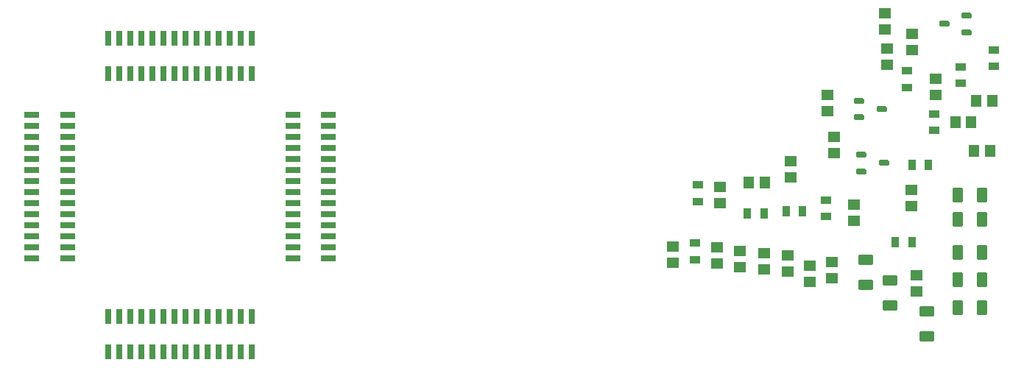
<source format=gtp>
G04*
G04 #@! TF.GenerationSoftware,Altium Limited,Altium Designer,24.0.1 (36)*
G04*
G04 Layer_Color=8421504*
%FSLAX44Y44*%
%MOMM*%
G71*
G04*
G04 #@! TF.SameCoordinates,0FB82E01-D644-434E-A1D8-1B95A2BBF3EB*
G04*
G04*
G04 #@! TF.FilePolarity,Positive*
G04*
G01*
G75*
%ADD14R,1.3000X0.9000*%
%ADD15R,0.9000X1.3000*%
%ADD16R,0.7400X1.7000*%
%ADD17R,1.7000X0.7400*%
G04:AMPARAMS|DCode=18|XSize=0.65mm|YSize=1.2mm|CornerRadius=0.1625mm|HoleSize=0mm|Usage=FLASHONLY|Rotation=90.000|XOffset=0mm|YOffset=0mm|HoleType=Round|Shape=RoundedRectangle|*
%AMROUNDEDRECTD18*
21,1,0.6500,0.8750,0,0,90.0*
21,1,0.3250,1.2000,0,0,90.0*
1,1,0.3250,0.4375,0.1625*
1,1,0.3250,0.4375,-0.1625*
1,1,0.3250,-0.4375,-0.1625*
1,1,0.3250,-0.4375,0.1625*
%
%ADD18ROUNDEDRECTD18*%
%ADD19R,1.1500X1.3500*%
%ADD20R,1.3500X1.1500*%
G04:AMPARAMS|DCode=21|XSize=1.75mm|YSize=1.25mm|CornerRadius=0.3125mm|HoleSize=0mm|Usage=FLASHONLY|Rotation=180.000|XOffset=0mm|YOffset=0mm|HoleType=Round|Shape=RoundedRectangle|*
%AMROUNDEDRECTD21*
21,1,1.7500,0.6250,0,0,180.0*
21,1,1.1250,1.2500,0,0,180.0*
1,1,0.6250,-0.5625,0.3125*
1,1,0.6250,0.5625,0.3125*
1,1,0.6250,0.5625,-0.3125*
1,1,0.6250,-0.5625,-0.3125*
%
%ADD21ROUNDEDRECTD21*%
G04:AMPARAMS|DCode=22|XSize=1.75mm|YSize=1.25mm|CornerRadius=0.3125mm|HoleSize=0mm|Usage=FLASHONLY|Rotation=90.000|XOffset=0mm|YOffset=0mm|HoleType=Round|Shape=RoundedRectangle|*
%AMROUNDEDRECTD22*
21,1,1.7500,0.6250,0,0,90.0*
21,1,1.1250,1.2500,0,0,90.0*
1,1,0.6250,0.3125,0.5625*
1,1,0.6250,0.3125,-0.5625*
1,1,0.6250,-0.3125,-0.5625*
1,1,0.6250,-0.3125,0.5625*
%
%ADD22ROUNDEDRECTD22*%
D14*
X1398270Y387350D02*
D03*
X1436370Y407010D02*
D03*
X1336040Y363880D02*
D03*
X1367790Y333350D02*
D03*
X1096010Y251460D02*
D03*
Y232460D02*
D03*
X1367790Y314350D02*
D03*
X1336040Y382880D02*
D03*
X1436370Y388010D02*
D03*
X1398270Y368350D02*
D03*
X1092200Y184760D02*
D03*
Y165760D02*
D03*
X1243330Y215290D02*
D03*
Y234290D02*
D03*
D15*
X1341780Y274320D02*
D03*
X1322730Y185420D02*
D03*
X1341730D02*
D03*
X1360780Y274320D02*
D03*
X1171550Y218440D02*
D03*
X1152550D02*
D03*
X1197000Y220980D02*
D03*
X1216000D02*
D03*
D16*
X582550Y59500D02*
D03*
Y100500D02*
D03*
X569850D02*
D03*
X557150D02*
D03*
X544450D02*
D03*
X531750D02*
D03*
X569850Y59500D02*
D03*
X557150D02*
D03*
X544450D02*
D03*
X531750D02*
D03*
X480950Y100500D02*
D03*
X468250D02*
D03*
X480950Y59500D02*
D03*
X468250D02*
D03*
X442850Y100500D02*
D03*
X430150D02*
D03*
X442850Y59500D02*
D03*
X430150D02*
D03*
X417450D02*
D03*
Y100500D02*
D03*
X455550Y59500D02*
D03*
Y100500D02*
D03*
X493650Y59500D02*
D03*
Y100500D02*
D03*
X506350Y59500D02*
D03*
X519050D02*
D03*
X506350Y100500D02*
D03*
X519050D02*
D03*
X582550Y420500D02*
D03*
X569850D02*
D03*
X557150D02*
D03*
X544450D02*
D03*
X531750D02*
D03*
X582550Y379500D02*
D03*
X569850D02*
D03*
X557150D02*
D03*
X544450D02*
D03*
X531750D02*
D03*
X480950Y420500D02*
D03*
X468250D02*
D03*
X480950Y379500D02*
D03*
X468250D02*
D03*
X442850Y420500D02*
D03*
X430150D02*
D03*
X442850Y379500D02*
D03*
X430150D02*
D03*
X417450D02*
D03*
Y420500D02*
D03*
X455550Y379500D02*
D03*
Y420500D02*
D03*
X493650Y379500D02*
D03*
Y420500D02*
D03*
X506350Y379500D02*
D03*
X519050D02*
D03*
X506350Y420500D02*
D03*
X519050D02*
D03*
D17*
X670500Y192850D02*
D03*
X329500Y332550D02*
D03*
Y319850D02*
D03*
Y307150D02*
D03*
Y294450D02*
D03*
Y281750D02*
D03*
X370500Y332550D02*
D03*
Y319850D02*
D03*
Y307150D02*
D03*
Y294450D02*
D03*
Y281750D02*
D03*
X329500Y230950D02*
D03*
Y218250D02*
D03*
X370500Y230950D02*
D03*
Y218250D02*
D03*
X329500Y192850D02*
D03*
Y180150D02*
D03*
X370500Y192850D02*
D03*
Y180150D02*
D03*
Y167450D02*
D03*
X329500D02*
D03*
X370500Y205550D02*
D03*
X329500D02*
D03*
X370500Y243650D02*
D03*
X329500D02*
D03*
X370500Y256350D02*
D03*
Y269050D02*
D03*
X329500Y256350D02*
D03*
Y269050D02*
D03*
X670500Y167450D02*
D03*
Y180150D02*
D03*
Y205550D02*
D03*
Y218250D02*
D03*
X629500Y167450D02*
D03*
Y180150D02*
D03*
Y192850D02*
D03*
Y205550D02*
D03*
Y218250D02*
D03*
X670500Y269050D02*
D03*
Y281750D02*
D03*
X629500Y269050D02*
D03*
Y281750D02*
D03*
X670500Y307150D02*
D03*
Y319850D02*
D03*
X629500Y307150D02*
D03*
Y319850D02*
D03*
Y332550D02*
D03*
X670500D02*
D03*
X629500Y294450D02*
D03*
X670500D02*
D03*
X629500Y256350D02*
D03*
X670500D02*
D03*
X629500Y243650D02*
D03*
Y230950D02*
D03*
X670500Y243650D02*
D03*
Y230950D02*
D03*
D18*
X1283670Y267360D02*
D03*
X1404920Y446380D02*
D03*
X1281130Y329590D02*
D03*
X1378920Y436880D02*
D03*
X1404920Y427380D02*
D03*
X1309670Y276860D02*
D03*
X1283670Y286360D02*
D03*
X1307130Y339090D02*
D03*
X1281130Y348590D02*
D03*
D19*
X1410060Y323850D02*
D03*
X1413150Y290830D02*
D03*
X1431650D02*
D03*
X1415690Y347980D02*
D03*
X1434190D02*
D03*
X1391560Y323850D02*
D03*
X1154070Y254000D02*
D03*
X1172570D02*
D03*
D20*
X1341120Y226970D02*
D03*
X1347470Y147320D02*
D03*
Y128820D02*
D03*
X1275080Y210460D02*
D03*
Y228960D02*
D03*
X1121410Y230780D02*
D03*
Y249280D02*
D03*
X1066800Y180700D02*
D03*
Y162200D02*
D03*
X1117600Y160930D02*
D03*
Y179430D02*
D03*
X1249680Y144420D02*
D03*
Y162920D02*
D03*
X1172210Y154580D02*
D03*
Y173080D02*
D03*
X1198880Y152040D02*
D03*
Y170540D02*
D03*
X1144270Y157120D02*
D03*
Y175620D02*
D03*
X1341120Y245470D02*
D03*
X1342390Y424900D02*
D03*
Y406400D02*
D03*
X1313180Y389530D02*
D03*
Y408030D02*
D03*
X1369060Y373740D02*
D03*
Y355240D02*
D03*
X1252220Y306430D02*
D03*
Y287930D02*
D03*
X1310640Y430170D02*
D03*
Y448670D02*
D03*
X1244600Y354690D02*
D03*
Y336190D02*
D03*
X1224280Y158750D02*
D03*
Y140250D02*
D03*
X1202690Y278490D02*
D03*
Y259990D02*
D03*
D21*
X1358900Y77190D02*
D03*
Y105690D02*
D03*
X1289050Y165380D02*
D03*
Y136880D02*
D03*
X1316990Y141250D02*
D03*
Y112750D02*
D03*
D22*
X1394180Y173990D02*
D03*
X1422680D02*
D03*
X1394180Y110490D02*
D03*
X1422680D02*
D03*
X1394180Y142240D02*
D03*
X1422680D02*
D03*
X1422680Y240030D02*
D03*
X1394180D02*
D03*
X1422680Y212090D02*
D03*
X1394180D02*
D03*
M02*

</source>
